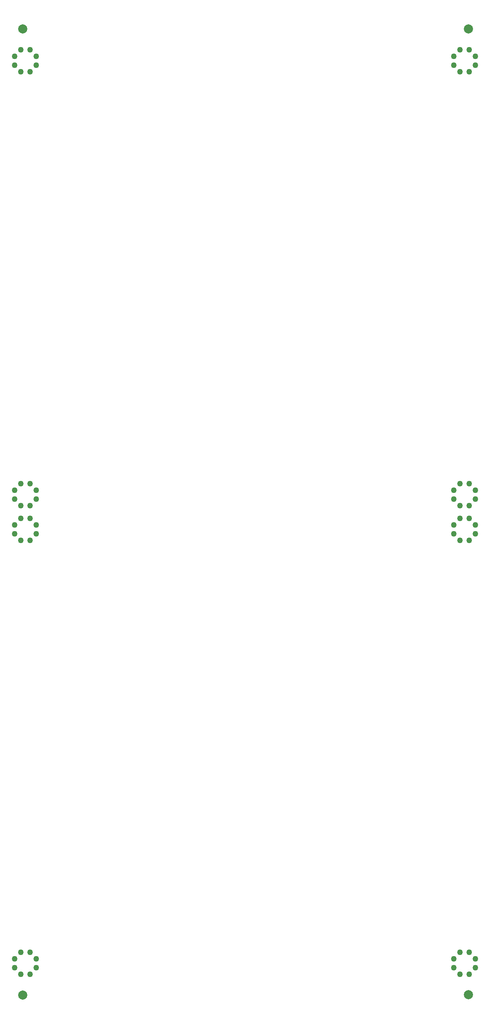
<source format=gbp>
G04 Layer_Color=128*
%FSLAX25Y25*%
%MOIN*%
G70*
G01*
G75*
G04:AMPARAMS|DCode=11|XSize=78.74mil|YSize=78.74mil|CornerRadius=39.37mil|HoleSize=0mil|Usage=FLASHONLY|Rotation=90.000|XOffset=0mil|YOffset=0mil|HoleType=Round|Shape=RoundedRectangle|*
%AMROUNDEDRECTD11*
21,1,0.07874,0.00000,0,0,90.0*
21,1,0.00000,0.07874,0,0,90.0*
1,1,0.07874,0.00000,0.00000*
1,1,0.07874,0.00000,0.00000*
1,1,0.07874,0.00000,0.00000*
1,1,0.07874,0.00000,0.00000*
%
%ADD11ROUNDEDRECTD11*%
%ADD133C,0.05000*%
G54D11*
X37894Y12894D02*
D03*
X423780Y13189D02*
D03*
Y847974D02*
D03*
X37894D02*
D03*
G54D133*
X49843Y411457D02*
D03*
Y419331D02*
D03*
X44331Y424843D02*
D03*
X36457D02*
D03*
X30945Y419331D02*
D03*
Y411457D02*
D03*
X36457Y405945D02*
D03*
X44331D02*
D03*
X429843Y411457D02*
D03*
Y419331D02*
D03*
X424331Y424843D02*
D03*
X416457D02*
D03*
X410945Y419331D02*
D03*
Y411457D02*
D03*
X416457Y405945D02*
D03*
X424331D02*
D03*
X49843Y36457D02*
D03*
Y44331D02*
D03*
X44331Y49843D02*
D03*
X36457D02*
D03*
X30945Y44331D02*
D03*
Y36457D02*
D03*
X36457Y30945D02*
D03*
X44331D02*
D03*
X429843Y36457D02*
D03*
Y44331D02*
D03*
X424331Y49843D02*
D03*
X416457D02*
D03*
X410945Y44331D02*
D03*
Y36457D02*
D03*
X416457Y30945D02*
D03*
X424331D02*
D03*
X49843Y816457D02*
D03*
Y824331D02*
D03*
X44331Y829842D02*
D03*
X36457D02*
D03*
X30945Y824331D02*
D03*
Y816457D02*
D03*
X36457Y810945D02*
D03*
X44331D02*
D03*
X429843Y816457D02*
D03*
Y824331D02*
D03*
X424331Y829842D02*
D03*
X416457D02*
D03*
X410945Y824331D02*
D03*
Y816457D02*
D03*
X416457Y810945D02*
D03*
X424331D02*
D03*
X49843Y441457D02*
D03*
Y449331D02*
D03*
X44331Y454843D02*
D03*
X36457D02*
D03*
X30945Y449331D02*
D03*
Y441457D02*
D03*
X36457Y435945D02*
D03*
X44331D02*
D03*
X429843Y441457D02*
D03*
Y449331D02*
D03*
X424331Y454843D02*
D03*
X416457D02*
D03*
X410945Y449331D02*
D03*
Y441457D02*
D03*
X416457Y435945D02*
D03*
X424331D02*
D03*
M02*

</source>
